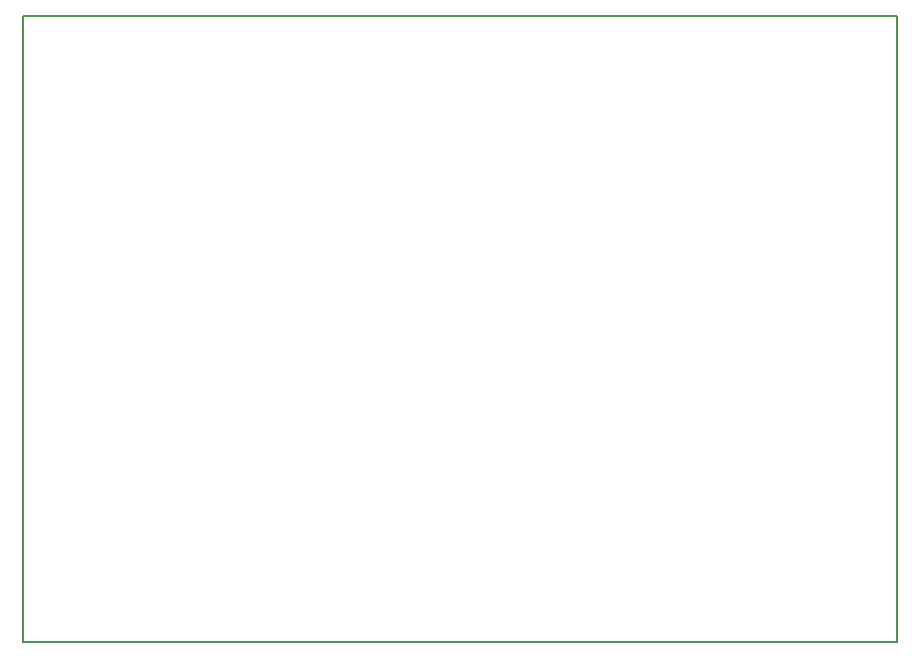
<source format=gbr>
G04 #@! TF.FileFunction,Profile,NP*
%FSLAX46Y46*%
G04 Gerber Fmt 4.6, Leading zero omitted, Abs format (unit mm)*
G04 Created by KiCad (PCBNEW 4.0.6) date Tue Sep 12 11:08:01 2017*
%MOMM*%
%LPD*%
G01*
G04 APERTURE LIST*
%ADD10C,0.100000*%
%ADD11C,0.150000*%
G04 APERTURE END LIST*
D10*
D11*
X152000000Y-66000000D02*
X78000000Y-66000000D01*
X152000000Y-119000000D02*
X152000000Y-66000000D01*
X78000000Y-119000000D02*
X152000000Y-119000000D01*
X78000000Y-66000000D02*
X78000000Y-119000000D01*
M02*

</source>
